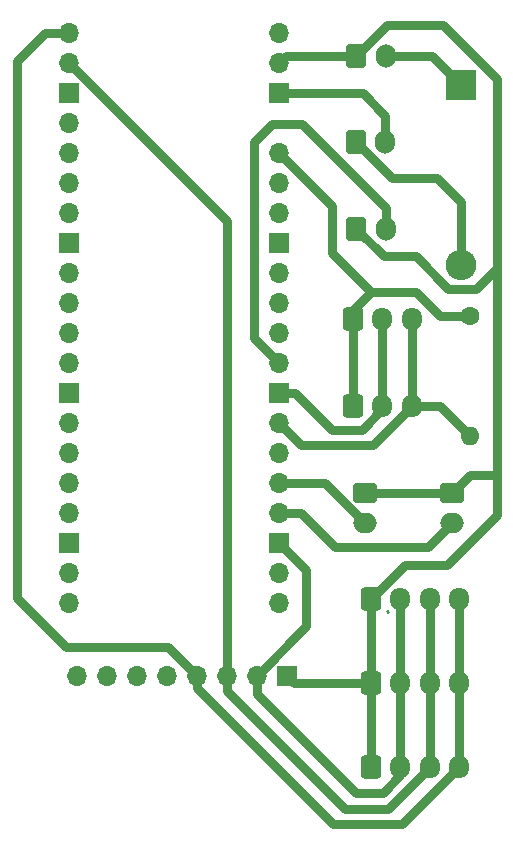
<source format=gbr>
%TF.GenerationSoftware,KiCad,Pcbnew,7.0.2*%
%TF.CreationDate,2023-09-09T23:31:49+02:00*%
%TF.ProjectId,Husvagn,48757376-6167-46e2-9e6b-696361645f70,rev?*%
%TF.SameCoordinates,Original*%
%TF.FileFunction,Copper,L2,Bot*%
%TF.FilePolarity,Positive*%
%FSLAX46Y46*%
G04 Gerber Fmt 4.6, Leading zero omitted, Abs format (unit mm)*
G04 Created by KiCad (PCBNEW 7.0.2) date 2023-09-09 23:31:49*
%MOMM*%
%LPD*%
G01*
G04 APERTURE LIST*
G04 Aperture macros list*
%AMRoundRect*
0 Rectangle with rounded corners*
0 $1 Rounding radius*
0 $2 $3 $4 $5 $6 $7 $8 $9 X,Y pos of 4 corners*
0 Add a 4 corners polygon primitive as box body*
4,1,4,$2,$3,$4,$5,$6,$7,$8,$9,$2,$3,0*
0 Add four circle primitives for the rounded corners*
1,1,$1+$1,$2,$3*
1,1,$1+$1,$4,$5*
1,1,$1+$1,$6,$7*
1,1,$1+$1,$8,$9*
0 Add four rect primitives between the rounded corners*
20,1,$1+$1,$2,$3,$4,$5,0*
20,1,$1+$1,$4,$5,$6,$7,0*
20,1,$1+$1,$6,$7,$8,$9,0*
20,1,$1+$1,$8,$9,$2,$3,0*%
G04 Aperture macros list end*
%TA.AperFunction,ComponentPad*%
%ADD10RoundRect,0.250000X-0.600000X-0.725000X0.600000X-0.725000X0.600000X0.725000X-0.600000X0.725000X0*%
%TD*%
%TA.AperFunction,ComponentPad*%
%ADD11O,1.700000X1.950000*%
%TD*%
%TA.AperFunction,ComponentPad*%
%ADD12RoundRect,0.250000X-0.750000X0.600000X-0.750000X-0.600000X0.750000X-0.600000X0.750000X0.600000X0*%
%TD*%
%TA.AperFunction,ComponentPad*%
%ADD13O,2.000000X1.700000*%
%TD*%
%TA.AperFunction,ComponentPad*%
%ADD14O,1.700000X1.700000*%
%TD*%
%TA.AperFunction,ComponentPad*%
%ADD15R,1.700000X1.700000*%
%TD*%
%TA.AperFunction,ComponentPad*%
%ADD16R,2.600000X2.600000*%
%TD*%
%TA.AperFunction,ComponentPad*%
%ADD17O,2.600000X2.600000*%
%TD*%
%TA.AperFunction,ComponentPad*%
%ADD18RoundRect,0.250000X-0.600000X-0.750000X0.600000X-0.750000X0.600000X0.750000X-0.600000X0.750000X0*%
%TD*%
%TA.AperFunction,ComponentPad*%
%ADD19O,1.700000X2.000000*%
%TD*%
%TA.AperFunction,ComponentPad*%
%ADD20C,1.600000*%
%TD*%
%TA.AperFunction,ComponentPad*%
%ADD21O,1.600000X1.600000*%
%TD*%
%TA.AperFunction,Conductor*%
%ADD22C,0.760000*%
%TD*%
%TA.AperFunction,Conductor*%
%ADD23C,0.250000*%
%TD*%
G04 APERTURE END LIST*
D10*
%TO.P,Screen3,1,Pin_1*%
%TO.N,Net-(MPU6050-Pin_1)*%
X161156000Y-129413000D03*
D11*
%TO.P,Screen3,2,Pin_2*%
%TO.N,Net-(MPU6050-Pin_2)*%
X163656000Y-129413000D03*
%TO.P,Screen3,3,Pin_3*%
%TO.N,Net-(MPU6050-Pin_3)*%
X166156000Y-129413000D03*
%TO.P,Screen3,4,Pin_4*%
%TO.N,Net-(MPU6050-Pin_4)*%
X168656000Y-129413000D03*
%TD*%
D10*
%TO.P,Screen2,1,Pin_1*%
%TO.N,Net-(MPU6050-Pin_1)*%
X161156000Y-122301000D03*
D11*
%TO.P,Screen2,2,Pin_2*%
%TO.N,Net-(MPU6050-Pin_2)*%
X163656000Y-122301000D03*
%TO.P,Screen2,3,Pin_3*%
%TO.N,Net-(MPU6050-Pin_3)*%
X166156000Y-122301000D03*
%TO.P,Screen2,4,Pin_4*%
%TO.N,Net-(MPU6050-Pin_4)*%
X168656000Y-122301000D03*
%TD*%
D10*
%TO.P,J3,1,Pin_1*%
%TO.N,Net-(J1-Pin_1)*%
X159639000Y-98806000D03*
D11*
%TO.P,J3,2,Pin_2*%
%TO.N,Net-(J1-Pin_2)*%
X162139000Y-98806000D03*
%TO.P,J3,3,Pin_3*%
%TO.N,Net-(J1-Pin_3)*%
X164639000Y-98806000D03*
%TD*%
D12*
%TO.P,ScreenSW3,1,Pin_1*%
%TO.N,Net-(MPU6050-Pin_1)*%
X168038000Y-106192000D03*
D13*
%TO.P,ScreenSW3,2,Pin_2*%
%TO.N,Net-(ScreenSW3-Pin_2)*%
X168038000Y-108692000D03*
%TD*%
D14*
%TO.P,U1,1,GPIO0*%
%TO.N,Net-(MPU6050-Pin_4)*%
X135594000Y-67233000D03*
%TO.P,U1,2,GPIO1*%
%TO.N,Net-(MPU6050-Pin_3)*%
X135594000Y-69773000D03*
D15*
%TO.P,U1,3,GND*%
%TO.N,unconnected-(U1-GND-Pad3)*%
X135594000Y-72313000D03*
D14*
%TO.P,U1,4,GPIO2*%
%TO.N,unconnected-(U1-GPIO2-Pad4)*%
X135594000Y-74853000D03*
%TO.P,U1,5,GPIO3*%
%TO.N,unconnected-(U1-GPIO3-Pad5)*%
X135594000Y-77393000D03*
%TO.P,U1,6,GPIO4*%
%TO.N,unconnected-(U1-GPIO4-Pad6)*%
X135594000Y-79933000D03*
%TO.P,U1,7,GPIO5*%
%TO.N,unconnected-(U1-GPIO5-Pad7)*%
X135594000Y-82473000D03*
D15*
%TO.P,U1,8,GND*%
%TO.N,unconnected-(U1-GND-Pad8)*%
X135594000Y-85013000D03*
D14*
%TO.P,U1,9,GPIO6*%
%TO.N,unconnected-(U1-GPIO6-Pad9)*%
X135594000Y-87553000D03*
%TO.P,U1,10,GPIO7*%
%TO.N,unconnected-(U1-GPIO7-Pad10)*%
X135594000Y-90093000D03*
%TO.P,U1,11,GPIO8*%
%TO.N,unconnected-(U1-GPIO8-Pad11)*%
X135594000Y-92633000D03*
%TO.P,U1,12,GPIO9*%
%TO.N,unconnected-(U1-GPIO9-Pad12)*%
X135594000Y-95173000D03*
D15*
%TO.P,U1,13,GND*%
%TO.N,unconnected-(U1-GND-Pad13)*%
X135594000Y-97713000D03*
D14*
%TO.P,U1,14,GPIO10*%
%TO.N,unconnected-(U1-GPIO10-Pad14)*%
X135594000Y-100253000D03*
%TO.P,U1,15,GPIO11*%
%TO.N,unconnected-(U1-GPIO11-Pad15)*%
X135594000Y-102793000D03*
%TO.P,U1,16,GPIO12*%
%TO.N,unconnected-(U1-GPIO12-Pad16)*%
X135594000Y-105333000D03*
%TO.P,U1,17,GPIO13*%
%TO.N,unconnected-(U1-GPIO13-Pad17)*%
X135594000Y-107873000D03*
D15*
%TO.P,U1,18,GND*%
%TO.N,unconnected-(U1-GND-Pad18)*%
X135594000Y-110413000D03*
D14*
%TO.P,U1,19,GPIO14*%
%TO.N,unconnected-(U1-GPIO14-Pad19)*%
X135594000Y-112953000D03*
%TO.P,U1,20,GPIO15*%
%TO.N,unconnected-(U1-GPIO15-Pad20)*%
X135594000Y-115493000D03*
%TO.P,U1,21,GPIO16*%
%TO.N,unconnected-(U1-GPIO16-Pad21)*%
X153374000Y-115493000D03*
%TO.P,U1,22,GPIO17*%
%TO.N,unconnected-(U1-GPIO17-Pad22)*%
X153374000Y-112953000D03*
D15*
%TO.P,U1,23,GND*%
%TO.N,Net-(MPU6050-Pin_2)*%
X153374000Y-110413000D03*
D14*
%TO.P,U1,24,GPIO18*%
%TO.N,Net-(ScreenSW3-Pin_2)*%
X153374000Y-107873000D03*
%TO.P,U1,25,GPIO19*%
%TO.N,Net-(ScreenSW2-Pin_2)*%
X153374000Y-105333000D03*
%TO.P,U1,26,GPIO20*%
%TO.N,unconnected-(U1-GPIO20-Pad26)*%
X153374000Y-102793000D03*
%TO.P,U1,27,GPIO21*%
%TO.N,Net-(J1-Pin_3)*%
X153374000Y-100253000D03*
D15*
%TO.P,U1,28,GND*%
%TO.N,Net-(J1-Pin_2)*%
X153374000Y-97713000D03*
D14*
%TO.P,U1,29,GPIO22*%
%TO.N,Net-(ScreenSW1-Pin_2)*%
X153374000Y-95173000D03*
%TO.P,U1,30,RUN*%
%TO.N,unconnected-(U1-RUN-Pad30)*%
X153374000Y-92633000D03*
%TO.P,U1,31,GPIO26_ADC0*%
%TO.N,unconnected-(U1-GPIO26_ADC0-Pad31)*%
X153374000Y-90093000D03*
%TO.P,U1,32,GPIO27_ADC1*%
%TO.N,unconnected-(U1-GPIO27_ADC1-Pad32)*%
X153374000Y-87553000D03*
D15*
%TO.P,U1,33,AGND*%
%TO.N,unconnected-(U1-AGND-Pad33)*%
X153374000Y-85013000D03*
D14*
%TO.P,U1,34,GPIO28_ADC2*%
%TO.N,unconnected-(U1-GPIO28_ADC2-Pad34)*%
X153374000Y-82473000D03*
%TO.P,U1,35,ADC_VREF*%
%TO.N,unconnected-(U1-ADC_VREF-Pad35)*%
X153374000Y-79933000D03*
%TO.P,U1,36,3V3*%
%TO.N,Net-(J1-Pin_1)*%
X153374000Y-77393000D03*
D15*
%TO.P,U1,38,GND*%
%TO.N,unconnected-(U1-GND-Pad38)*%
X153374000Y-72313000D03*
D14*
%TO.P,U1,39,VSYS*%
%TO.N,Net-(MPU6050-Pin_1)*%
X153374000Y-69773000D03*
%TO.P,U1,40,VBUS*%
%TO.N,unconnected-(U1-VBUS-Pad40)*%
X153374000Y-67233000D03*
%TD*%
D10*
%TO.P,J1,1,Pin_1*%
%TO.N,Net-(J1-Pin_1)*%
X159639000Y-91440000D03*
D11*
%TO.P,J1,2,Pin_2*%
%TO.N,Net-(J1-Pin_2)*%
X162139000Y-91440000D03*
%TO.P,J1,3,Pin_3*%
%TO.N,Net-(J1-Pin_3)*%
X164639000Y-91440000D03*
%TD*%
D16*
%TO.P,D1,1,A1*%
%TO.N,Net-(D1-A1)*%
X168783000Y-71628000D03*
D17*
%TO.P,D1,2,A2*%
%TO.N,Net-(D1-A2)*%
X168783000Y-86868000D03*
%TD*%
D11*
%TO.P,Screen1,4,Pin_4*%
%TO.N,Net-(MPU6050-Pin_4)*%
X168663000Y-115189000D03*
%TO.P,Screen1,3,Pin_3*%
%TO.N,Net-(MPU6050-Pin_3)*%
X166163000Y-115189000D03*
%TO.P,Screen1,2,Pin_2*%
%TO.N,Net-(MPU6050-Pin_2)*%
X163663000Y-115189000D03*
D10*
%TO.P,Screen1,1,Pin_1*%
%TO.N,Net-(MPU6050-Pin_1)*%
X161163000Y-115189000D03*
%TD*%
D18*
%TO.P,ScreenSW1,1,Pin_1*%
%TO.N,Net-(MPU6050-Pin_1)*%
X159933000Y-83820000D03*
D19*
%TO.P,ScreenSW1,2,Pin_2*%
%TO.N,Net-(ScreenSW1-Pin_2)*%
X162433000Y-83820000D03*
%TD*%
D18*
%TO.P,Power1,1,Pin_1*%
%TO.N,Net-(D1-A2)*%
X159893000Y-76454000D03*
D19*
%TO.P,Power1,2,Pin_2*%
%TO.N,Net-(MPU6050-Pin_2)*%
X162393000Y-76454000D03*
%TD*%
D12*
%TO.P,ScreenSW2,1,Pin_1*%
%TO.N,Net-(MPU6050-Pin_1)*%
X160672000Y-106192000D03*
D13*
%TO.P,ScreenSW2,2,Pin_2*%
%TO.N,Net-(ScreenSW2-Pin_2)*%
X160672000Y-108692000D03*
%TD*%
D15*
%TO.P,MPU6050,1,Pin_1*%
%TO.N,Net-(MPU6050-Pin_1)*%
X154051000Y-121666000D03*
D14*
%TO.P,MPU6050,2,Pin_2*%
%TO.N,Net-(MPU6050-Pin_2)*%
X151511000Y-121666000D03*
%TO.P,MPU6050,3,Pin_3*%
%TO.N,Net-(MPU6050-Pin_3)*%
X148971000Y-121666000D03*
%TO.P,MPU6050,4,Pin_4*%
%TO.N,Net-(MPU6050-Pin_4)*%
X146431000Y-121666000D03*
%TO.P,MPU6050,5,Pin_5*%
%TO.N,unconnected-(MPU6050-Pin_5-Pad5)*%
X143891000Y-121666000D03*
%TO.P,MPU6050,6,Pin_6*%
%TO.N,unconnected-(MPU6050-Pin_6-Pad6)*%
X141351000Y-121666000D03*
%TO.P,MPU6050,7,Pin_7*%
%TO.N,unconnected-(MPU6050-Pin_7-Pad7)*%
X138811000Y-121666000D03*
%TO.P,MPU6050,8,Pin_8*%
%TO.N,unconnected-(MPU6050-Pin_8-Pad8)*%
X136271000Y-121666000D03*
%TD*%
D18*
%TO.P,Switch1,1,Pin_1*%
%TO.N,Net-(MPU6050-Pin_1)*%
X159939000Y-69188000D03*
D19*
%TO.P,Switch1,2,Pin_2*%
%TO.N,Net-(D1-A1)*%
X162439000Y-69188000D03*
%TD*%
D20*
%TO.P,R1,1*%
%TO.N,Net-(J1-Pin_1)*%
X169545000Y-91186000D03*
D21*
%TO.P,R1,2*%
%TO.N,Net-(J1-Pin_3)*%
X169545000Y-101346000D03*
%TD*%
D22*
%TO.N,Net-(MPU6050-Pin_4)*%
X163830000Y-134239000D02*
X157988000Y-134239000D01*
X157988000Y-134239000D02*
X146431000Y-122682000D01*
X146431000Y-122682000D02*
X146431000Y-121666000D01*
X168656000Y-129413000D02*
X163830000Y-134239000D01*
%TO.N,Net-(MPU6050-Pin_3)*%
X162600000Y-132969000D02*
X166156000Y-129413000D01*
X148971000Y-121666000D02*
X148971000Y-122936000D01*
X148971000Y-122936000D02*
X159004000Y-132969000D01*
X159004000Y-132969000D02*
X162600000Y-132969000D01*
%TO.N,Net-(MPU6050-Pin_2)*%
X151511000Y-123190000D02*
X151511000Y-121666000D01*
X163656000Y-130095000D02*
X162179000Y-131572000D01*
X159893000Y-131572000D02*
X151511000Y-123190000D01*
X163656000Y-129413000D02*
X163656000Y-130095000D01*
X162179000Y-131572000D02*
X159893000Y-131572000D01*
%TO.N,Net-(MPU6050-Pin_1)*%
X154686000Y-122301000D02*
X154051000Y-121666000D01*
X161156000Y-122301000D02*
X154686000Y-122301000D01*
X161156000Y-122301000D02*
X161156000Y-129413000D01*
%TO.N,Net-(MPU6050-Pin_2)*%
X163656000Y-122301000D02*
X163656000Y-129413000D01*
%TO.N,Net-(MPU6050-Pin_3)*%
X166156000Y-122301000D02*
X166156000Y-129413000D01*
%TO.N,Net-(MPU6050-Pin_4)*%
X168656000Y-122301000D02*
X168656000Y-129413000D01*
%TO.N,Net-(MPU6050-Pin_3)*%
X166156000Y-115196000D02*
X166163000Y-115189000D01*
X166156000Y-122301000D02*
X166156000Y-115196000D01*
%TO.N,Net-(MPU6050-Pin_4)*%
X168656000Y-115196000D02*
X168663000Y-115189000D01*
X168656000Y-122301000D02*
X168656000Y-115196000D01*
%TO.N,Net-(MPU6050-Pin_3)*%
X148971000Y-83150000D02*
X148971000Y-121666000D01*
X135594000Y-69773000D02*
X148971000Y-83150000D01*
%TO.N,Net-(MPU6050-Pin_1)*%
X161163000Y-122294000D02*
X161156000Y-122301000D01*
X161163000Y-115189000D02*
X161163000Y-122294000D01*
X171831000Y-108077000D02*
X167640000Y-112268000D01*
X171831000Y-104648000D02*
X171831000Y-108077000D01*
X167640000Y-112268000D02*
X164084000Y-112268000D01*
X164084000Y-112268000D02*
X161163000Y-115189000D01*
%TO.N,Net-(MPU6050-Pin_2)*%
X163656000Y-115196000D02*
X163663000Y-115189000D01*
X163656000Y-122301000D02*
X163656000Y-115196000D01*
X155702000Y-112741000D02*
X155702000Y-117475000D01*
X153374000Y-110413000D02*
X155702000Y-112741000D01*
D23*
X163663000Y-115189000D02*
X163663000Y-114768000D01*
D22*
X155702000Y-117475000D02*
X151511000Y-121666000D01*
%TO.N,Net-(MPU6050-Pin_4)*%
X144018000Y-119253000D02*
X135382000Y-119253000D01*
X146431000Y-121666000D02*
X144018000Y-119253000D01*
X133052000Y-116923000D02*
X135382000Y-119253000D01*
%TO.N,Net-(MPU6050-Pin_2)*%
X153374000Y-110413000D02*
X153466000Y-110413000D01*
%TO.N,Net-(MPU6050-Pin_4)*%
X131191000Y-115062000D02*
X133052000Y-116923000D01*
%TO.N,Net-(J1-Pin_2)*%
X162139000Y-98806000D02*
X162139000Y-91440000D01*
%TO.N,Net-(J1-Pin_3)*%
X164639000Y-98806000D02*
X164639000Y-91440000D01*
%TO.N,Net-(ScreenSW3-Pin_2)*%
X165986000Y-110744000D02*
X168038000Y-108692000D01*
X158115000Y-110744000D02*
X165986000Y-110744000D01*
X155244000Y-107873000D02*
X158115000Y-110744000D01*
X153374000Y-107873000D02*
X155244000Y-107873000D01*
%TO.N,Net-(ScreenSW2-Pin_2)*%
X157313000Y-105333000D02*
X160672000Y-108692000D01*
X153374000Y-105333000D02*
X157313000Y-105333000D01*
%TO.N,Net-(MPU6050-Pin_1)*%
X168038000Y-106192000D02*
X160672000Y-106192000D01*
X171831000Y-104648000D02*
X169582000Y-104648000D01*
X171831000Y-87122000D02*
X171831000Y-104648000D01*
X169582000Y-104648000D02*
X168038000Y-106192000D01*
X167727000Y-88900000D02*
X170053000Y-88900000D01*
X170053000Y-88900000D02*
X171831000Y-87122000D01*
X171831000Y-71120000D02*
X171831000Y-87122000D01*
%TO.N,Net-(J1-Pin_3)*%
X167005000Y-98806000D02*
X169545000Y-101346000D01*
X164639000Y-98806000D02*
X167005000Y-98806000D01*
%TO.N,Net-(J1-Pin_2)*%
X160401000Y-100838000D02*
X157861000Y-100838000D01*
X162139000Y-99100000D02*
X160401000Y-100838000D01*
D23*
X162139000Y-98806000D02*
X162139000Y-99100000D01*
D22*
%TO.N,Net-(J1-Pin_3)*%
X164639000Y-98806000D02*
X161337000Y-102108000D01*
X161337000Y-102108000D02*
X155229000Y-102108000D01*
X153374000Y-100253000D02*
X155229000Y-102108000D01*
%TO.N,Net-(J1-Pin_2)*%
X154736000Y-97713000D02*
X157861000Y-100838000D01*
X153374000Y-97713000D02*
X154736000Y-97713000D01*
%TO.N,Net-(J1-Pin_1)*%
X159639000Y-91440000D02*
X159639000Y-98806000D01*
%TO.N,Net-(J1-Pin_3)*%
X164639000Y-98886000D02*
X164639000Y-98552000D01*
%TO.N,Net-(J1-Pin_1)*%
X159639000Y-90678000D02*
X159639000Y-91440000D01*
X161163000Y-89154000D02*
X159639000Y-90678000D01*
D23*
%TO.N,*%
X162570104Y-116203527D02*
X162620104Y-116253527D01*
D22*
%TO.N,Net-(D1-A1)*%
X166343000Y-69188000D02*
X165581000Y-69188000D01*
X162439000Y-69188000D02*
X165581000Y-69188000D01*
X168783000Y-71628000D02*
X166343000Y-69188000D01*
%TO.N,Net-(D1-A2)*%
X166751000Y-79502000D02*
X162941000Y-79502000D01*
X162941000Y-79502000D02*
X159893000Y-76454000D01*
X168783000Y-81534000D02*
X166751000Y-79502000D01*
X168783000Y-81534000D02*
X168783000Y-86868000D01*
%TO.N,Net-(MPU6050-Pin_4)*%
X133554000Y-67233000D02*
X135594000Y-67233000D01*
X131191000Y-115062000D02*
X131191000Y-69596000D01*
X131191000Y-69596000D02*
X133554000Y-67233000D01*
%TO.N,Net-(ScreenSW1-Pin_2)*%
X151257000Y-93056000D02*
X153374000Y-95173000D01*
X151257000Y-76454000D02*
X151257000Y-93056000D01*
X162433000Y-83820000D02*
X162433000Y-82042000D01*
X155321000Y-74930000D02*
X152781000Y-74930000D01*
X152781000Y-74930000D02*
X151257000Y-76454000D01*
X162433000Y-82042000D02*
X155321000Y-74930000D01*
%TO.N,Net-(J1-Pin_1)*%
X159893000Y-87884000D02*
X157861000Y-85852000D01*
X157861000Y-85852000D02*
X157861000Y-81880000D01*
X157861000Y-81880000D02*
X153374000Y-77393000D01*
X169545000Y-91186000D02*
X167005000Y-91186000D01*
X164973000Y-89154000D02*
X161163000Y-89154000D01*
X161163000Y-89154000D02*
X159893000Y-87884000D01*
X167005000Y-91186000D02*
X164973000Y-89154000D01*
%TO.N,Net-(J1-Pin_2)*%
X160478000Y-72313000D02*
X153374000Y-72313000D01*
X162393000Y-76454000D02*
X162393000Y-74228000D01*
X153184000Y-97713000D02*
X153374000Y-97713000D01*
X153451000Y-97790000D02*
X153374000Y-97713000D01*
X162393000Y-74228000D02*
X160478000Y-72313000D01*
X153377000Y-97710000D02*
X153374000Y-97713000D01*
%TO.N,Net-(MPU6050-Pin_2)*%
X152974000Y-110413000D02*
X153374000Y-110413000D01*
%TO.N,Net-(MPU6050-Pin_1)*%
X159939000Y-69188000D02*
X162579000Y-66548000D01*
X153959000Y-69188000D02*
X153374000Y-69773000D01*
X162579000Y-66548000D02*
X167259000Y-66548000D01*
X164973000Y-86146000D02*
X162259000Y-86146000D01*
X164973000Y-86146000D02*
X167727000Y-88900000D01*
D23*
X159801000Y-83820000D02*
X159933000Y-83820000D01*
D22*
X167259000Y-66548000D02*
X171831000Y-71120000D01*
X159939000Y-69188000D02*
X153959000Y-69188000D01*
X162259000Y-86146000D02*
X159933000Y-83820000D01*
%TD*%
M02*

</source>
